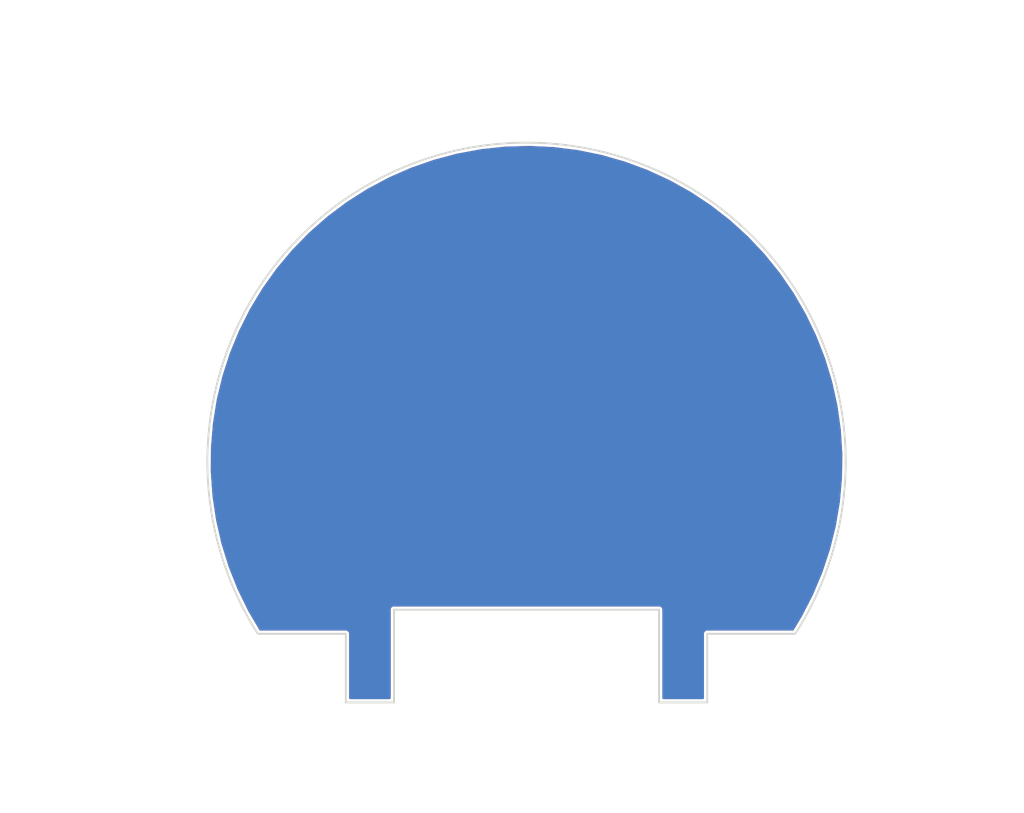
<source format=kicad_pcb>
(kicad_pcb (version 20171130) (host pcbnew "(5.1.8)-1")

  (general
    (thickness 1.6)
    (drawings 19)
    (tracks 0)
    (zones 0)
    (modules 0)
    (nets 1)
  )

  (page A4)
  (layers
    (0 F.Cu signal)
    (31 B.Cu signal)
    (32 B.Adhes user)
    (33 F.Adhes user)
    (34 B.Paste user)
    (35 F.Paste user)
    (36 B.SilkS user)
    (37 F.SilkS user)
    (38 B.Mask user)
    (39 F.Mask user)
    (40 Dwgs.User user)
    (41 Cmts.User user)
    (42 Eco1.User user)
    (43 Eco2.User user)
    (44 Edge.Cuts user)
    (45 Margin user)
    (46 B.CrtYd user)
    (47 F.CrtYd user)
    (48 B.Fab user)
    (49 F.Fab user)
  )

  (setup
    (last_trace_width 0.25)
    (trace_clearance 0.2)
    (zone_clearance 0.2)
    (zone_45_only yes)
    (trace_min 0.2)
    (via_size 0.8)
    (via_drill 0.4)
    (via_min_size 0.4)
    (via_min_drill 0.3)
    (uvia_size 0.3)
    (uvia_drill 0.1)
    (uvias_allowed no)
    (uvia_min_size 0.2)
    (uvia_min_drill 0.1)
    (edge_width 0.05)
    (segment_width 0.2)
    (pcb_text_width 0.3)
    (pcb_text_size 1.5 1.5)
    (mod_edge_width 0.12)
    (mod_text_size 1 1)
    (mod_text_width 0.15)
    (pad_size 1.524 1.524)
    (pad_drill 0.762)
    (pad_to_mask_clearance 0)
    (aux_axis_origin 0 0)
    (visible_elements 7FFFFFFF)
    (pcbplotparams
      (layerselection 0x010cc_ffffffff)
      (usegerberextensions false)
      (usegerberattributes true)
      (usegerberadvancedattributes true)
      (creategerberjobfile true)
      (excludeedgelayer true)
      (linewidth 0.100000)
      (plotframeref false)
      (viasonmask false)
      (mode 1)
      (useauxorigin false)
      (hpglpennumber 1)
      (hpglpenspeed 20)
      (hpglpendiameter 15.000000)
      (psnegative false)
      (psa4output false)
      (plotreference true)
      (plotvalue true)
      (plotinvisibletext false)
      (padsonsilk false)
      (subtractmaskfromsilk false)
      (outputformat 1)
      (mirror false)
      (drillshape 0)
      (scaleselection 1)
      (outputdirectory ""))
  )

  (net 0 "")

  (net_class Default "This is the default net class."
    (clearance 0.2)
    (trace_width 0.25)
    (via_dia 0.8)
    (via_drill 0.4)
    (uvia_dia 0.3)
    (uvia_drill 0.1)
  )

  (dimension 46.4 (width 0.15) (layer Dwgs.User)
    (gr_text "46,400 mm" (at 155.3 68.5 90) (layer Dwgs.User)
      (effects (font (size 1 1) (thickness 0.15)))
    )
    (feature1 (pts (xy 156.7 45.3) (xy 156.013579 45.3)))
    (feature2 (pts (xy 156.7 91.7) (xy 156.013579 91.7)))
    (crossbar (pts (xy 156.6 91.7) (xy 156.6 45.3)))
    (arrow1a (pts (xy 156.6 45.3) (xy 157.186421 46.426504)))
    (arrow1b (pts (xy 156.6 45.3) (xy 156.013579 46.426504)))
    (arrow2a (pts (xy 156.6 91.7) (xy 157.186421 90.573496)))
    (arrow2b (pts (xy 156.6 91.7) (xy 156.013579 90.573496)))
  )
  (dimension 44.599999 (width 0.15) (layer Dwgs.User) (tstamp 614B9E30)
    (gr_text "44,600 mm" (at 168.599999 77.5 1.284658762e-06) (layer Dwgs.User) (tstamp 614B9E31)
      (effects (font (size 1 1) (thickness 0.15)))
    )
    (feature1 (pts (xy 190.899999 85.999999) (xy 190.899999 78.213579)))
    (feature2 (pts (xy 146.3 86) (xy 146.3 78.21358)))
    (crossbar (pts (xy 146.3 78.800001) (xy 190.899999 78.8)))
    (arrow1a (pts (xy 190.899999 78.8) (xy 189.773495 79.386421)))
    (arrow1b (pts (xy 190.899999 78.8) (xy 189.773495 78.213579)))
    (arrow2a (pts (xy 146.3 78.800001) (xy 147.426504 79.386422)))
    (arrow2b (pts (xy 146.3 78.800001) (xy 147.426504 78.21358)))
  )
  (dimension 39 (width 0.15) (layer Dwgs.User) (tstamp 614B67B8)
    (gr_text "39,000 mm" (at 168.6 84.5) (layer Dwgs.User) (tstamp 614B67B8)
      (effects (font (size 1 1) (thickness 0.15)))
    )
    (feature1 (pts (xy 149.1 89.2) (xy 149.1 85.213579)))
    (feature2 (pts (xy 188.1 89.2) (xy 188.1 85.213579)))
    (crossbar (pts (xy 188.1 85.8) (xy 149.1 85.8)))
    (arrow1a (pts (xy 149.1 85.8) (xy 150.226504 85.213579)))
    (arrow1b (pts (xy 149.1 85.8) (xy 150.226504 86.386421)))
    (arrow2a (pts (xy 188.1 85.8) (xy 186.973496 85.213579)))
    (arrow2b (pts (xy 188.1 85.8) (xy 186.973496 86.386421)))
  )
  (gr_line (start 183.6 86) (end 190.9 86) (layer Edge.Cuts) (width 0.15) (tstamp 614B6789))
  (gr_line (start 183.6 86) (end 183.6 91.7) (layer Edge.Cuts) (width 0.15) (tstamp 614B677D))
  (gr_line (start 179.6 91.7) (end 183.6 91.7) (layer Edge.Cuts) (width 0.15) (tstamp 614B6779))
  (gr_line (start 179.6 91.7) (end 179.6 84) (layer Edge.Cuts) (width 0.15) (tstamp 614B6772))
  (dimension 4 (width 0.15) (layer Dwgs.User)
    (gr_text "4,000 mm" (at 155.6 98.2) (layer Dwgs.User)
      (effects (font (size 1 1) (thickness 0.15)))
    )
    (feature1 (pts (xy 157.6 92.3) (xy 157.6 97.486421)))
    (feature2 (pts (xy 153.6 92.3) (xy 153.6 97.486421)))
    (crossbar (pts (xy 153.6 96.9) (xy 157.6 96.9)))
    (arrow1a (pts (xy 157.6 96.9) (xy 156.473496 97.486421)))
    (arrow1b (pts (xy 157.6 96.9) (xy 156.473496 96.313579)))
    (arrow2a (pts (xy 153.6 96.9) (xy 154.726504 97.486421)))
    (arrow2b (pts (xy 153.6 96.9) (xy 154.726504 96.313579)))
  )
  (dimension 2 (width 0.15) (layer Dwgs.User)
    (gr_text "2,000 mm" (at 137.5 85 90) (layer Dwgs.User)
      (effects (font (size 1 1) (thickness 0.15)))
    )
    (feature1 (pts (xy 174.7 84) (xy 138.213579 84)))
    (feature2 (pts (xy 174.7 86) (xy 138.213579 86)))
    (crossbar (pts (xy 138.8 86) (xy 138.8 84)))
    (arrow1a (pts (xy 138.8 84) (xy 139.386421 85.126504)))
    (arrow1b (pts (xy 138.8 84) (xy 138.213579 85.126504)))
    (arrow2a (pts (xy 138.8 86) (xy 139.386421 84.873496)))
    (arrow2b (pts (xy 138.8 86) (xy 138.213579 84.873496)))
  )
  (dimension 11 (width 0.15) (layer Dwgs.User)
    (gr_text "11,000 mm" (at 163.1 73.8) (layer Dwgs.User)
      (effects (font (size 1 1) (thickness 0.15)))
    )
    (feature1 (pts (xy 157.6 81) (xy 157.6 74.513579)))
    (feature2 (pts (xy 168.6 81) (xy 168.6 74.513579)))
    (crossbar (pts (xy 168.6 75.1) (xy 157.6 75.1)))
    (arrow1a (pts (xy 157.6 75.1) (xy 158.726504 74.513579)))
    (arrow1b (pts (xy 157.6 75.1) (xy 158.726504 75.686421)))
    (arrow2a (pts (xy 168.6 75.1) (xy 167.473496 74.513579)))
    (arrow2b (pts (xy 168.6 75.1) (xy 167.473496 75.686421)))
  )
  (gr_line (start 157.6 84) (end 179.6 84) (layer Edge.Cuts) (width 0.15))
  (gr_line (start 157.6 91.7) (end 157.6 84) (layer Edge.Cuts) (width 0.15))
  (gr_line (start 153.6 91.7) (end 157.6 91.7) (layer Edge.Cuts) (width 0.15))
  (gr_line (start 153.6 86) (end 153.6 91.7) (layer Edge.Cuts) (width 0.15))
  (gr_line (start 146.3 86) (end 153.6 86) (layer Edge.Cuts) (width 0.15))
  (gr_arc (start 168.6 71.7) (end 190.9 86) (angle -245.3405007) (layer Edge.Cuts) (width 0.15))
  (dimension 3.2 (width 0.15) (layer Dwgs.User)
    (gr_text "3,200 mm" (at 142 87.6 90) (layer Dwgs.User)
      (effects (font (size 1 1) (thickness 0.15)))
    )
    (feature1 (pts (xy 152.7 86) (xy 142.713579 86)))
    (feature2 (pts (xy 152.7 89.2) (xy 142.713579 89.2)))
    (crossbar (pts (xy 143.3 89.2) (xy 143.3 86)))
    (arrow1a (pts (xy 143.3 86) (xy 143.886421 87.126504)))
    (arrow1b (pts (xy 143.3 86) (xy 142.713579 87.126504)))
    (arrow2a (pts (xy 143.3 89.2) (xy 143.886421 88.073496)))
    (arrow2b (pts (xy 143.3 89.2) (xy 142.713579 88.073496)))
  )
  (gr_circle (center 168.6 71.7) (end 195.1 71.7) (layer Cmts.User) (width 0.05))
  (dimension 19.5 (width 0.15) (layer Dwgs.User)
    (gr_text "19,500 mm" (at 158.85 95.3) (layer Dwgs.User)
      (effects (font (size 1 1) (thickness 0.15)))
    )
    (feature1 (pts (xy 168.6 89.2) (xy 168.6 94.586421)))
    (feature2 (pts (xy 149.1 89.2) (xy 149.1 94.586421)))
    (crossbar (pts (xy 149.1 94) (xy 168.6 94)))
    (arrow1a (pts (xy 168.6 94) (xy 167.473496 94.586421)))
    (arrow1b (pts (xy 168.6 94) (xy 167.473496 93.413579)))
    (arrow2a (pts (xy 149.1 94) (xy 150.226504 94.586421)))
    (arrow2b (pts (xy 149.1 94) (xy 150.226504 93.413579)))
  )

  (zone (net 0) (net_name "") (layer F.Mask) (tstamp 614B9A52) (hatch edge 0.508)
    (connect_pads (clearance 0.508))
    (min_thickness 0.254)
    (fill yes (arc_segments 32) (thermal_gap 0.508) (thermal_bridge_width 0.508))
    (polygon
      (pts
        (xy 183.5 91.6) (xy 179.7 91.6) (xy 179.7 82) (xy 183.5 82)
      )
    )
    (filled_polygon
      (pts
        (xy 183.373 91.473) (xy 179.827 91.473) (xy 179.827 82.127) (xy 183.373 82.127)
      )
    )
  )
  (zone (net 0) (net_name "") (layer B.Mask) (tstamp 614B9A4F) (hatch edge 0.508)
    (connect_pads (clearance 0.508))
    (min_thickness 0.254)
    (fill yes (arc_segments 32) (thermal_gap 0.508) (thermal_bridge_width 0.508))
    (polygon
      (pts
        (xy 183.5 91.6) (xy 179.7 91.6) (xy 179.7 82) (xy 183.5 82)
      )
    )
    (filled_polygon
      (pts
        (xy 183.373 91.473) (xy 179.827 91.473) (xy 179.827 82.127) (xy 183.373 82.127)
      )
    )
  )
  (zone (net 0) (net_name "") (layer B.Mask) (tstamp 614B9A4C) (hatch edge 0.508)
    (connect_pads (clearance 0.508))
    (min_thickness 0.254)
    (fill yes (arc_segments 32) (thermal_gap 0.508) (thermal_bridge_width 0.508))
    (polygon
      (pts
        (xy 157.5 91.6) (xy 153.7 91.6) (xy 153.7 82) (xy 157.5 82)
      )
    )
    (filled_polygon
      (pts
        (xy 157.373 91.473) (xy 153.827 91.473) (xy 153.827 82.127) (xy 157.373 82.127)
      )
    )
  )
  (zone (net 0) (net_name "") (layer F.Mask) (tstamp 614B9E2C) (hatch edge 0.508)
    (connect_pads (clearance 0.508))
    (min_thickness 0.254)
    (fill yes (arc_segments 32) (thermal_gap 0.508) (thermal_bridge_width 0.508))
    (polygon
      (pts
        (xy 157.5 91.6) (xy 153.7 91.6) (xy 153.7 82) (xy 157.5 82)
      )
    )
    (filled_polygon
      (pts
        (xy 157.373 91.473) (xy 153.827 91.473) (xy 153.827 82.127) (xy 157.373 82.127)
      )
    )
  )
  (zone (net 0) (net_name "") (layer F.Cu) (tstamp 0) (hatch edge 0.508)
    (connect_pads (clearance 0.2))
    (min_thickness 0.2)
    (fill yes (arc_segments 32) (thermal_gap 0.2) (thermal_bridge_width 0.25))
    (polygon
      (pts
        (xy 209.9 100.9) (xy 126.8 100.9) (xy 126.8 36.5) (xy 209.9 36.5)
      )
    )
    (filled_polygon
      (pts
        (xy 170.844244 45.680753) (xy 172.833797 45.929614) (xy 174.798401 46.33038) (xy 176.726468 46.880686) (xy 178.606634 47.577291)
        (xy 180.427806 48.416083) (xy 182.179267 49.392125) (xy 183.850688 50.499662) (xy 185.432207 51.73216) (xy 186.914514 53.082363)
        (xy 188.288861 54.542302) (xy 189.547154 56.10338) (xy 190.681983 57.756405) (xy 191.68664 59.491606) (xy 192.55521 61.298761)
        (xy 193.282581 63.167238) (xy 193.864462 65.086017) (xy 194.29742 67.043773) (xy 194.578904 69.028969) (xy 194.707256 71.029918)
        (xy 194.681718 73.034826) (xy 194.502444 75.031848) (xy 194.170487 77.009239) (xy 193.687802 78.955344) (xy 193.057245 80.858658)
        (xy 192.282516 82.70801) (xy 191.367402 84.494009) (xy 190.687835 85.625) (xy 183.618419 85.625) (xy 183.6 85.623186)
        (xy 183.581581 85.625) (xy 183.526487 85.630426) (xy 183.4558 85.651869) (xy 183.390653 85.686691) (xy 183.333552 85.733552)
        (xy 183.286691 85.790653) (xy 183.251869 85.8558) (xy 183.230426 85.926487) (xy 183.223186 86) (xy 183.225 86.018419)
        (xy 183.225001 91.325) (xy 179.975 91.325) (xy 179.975 84.018419) (xy 179.976814 84) (xy 179.969574 83.926487)
        (xy 179.948131 83.8558) (xy 179.913309 83.790653) (xy 179.866448 83.733552) (xy 179.809347 83.686691) (xy 179.7442 83.651869)
        (xy 179.673513 83.630426) (xy 179.618419 83.625) (xy 179.6 83.623186) (xy 179.581581 83.625) (xy 157.618419 83.625)
        (xy 157.6 83.623186) (xy 157.581581 83.625) (xy 157.526487 83.630426) (xy 157.4558 83.651869) (xy 157.390653 83.686691)
        (xy 157.333552 83.733552) (xy 157.286691 83.790653) (xy 157.251869 83.8558) (xy 157.230426 83.926487) (xy 157.223186 84)
        (xy 157.225001 84.018429) (xy 157.225 91.325) (xy 153.975 91.325) (xy 153.975 86.018419) (xy 153.976814 86)
        (xy 153.969574 85.926487) (xy 153.948131 85.8558) (xy 153.913309 85.790653) (xy 153.866448 85.733552) (xy 153.809347 85.686691)
        (xy 153.7442 85.651869) (xy 153.673513 85.630426) (xy 153.618419 85.625) (xy 153.6 85.623186) (xy 153.581581 85.625)
        (xy 146.51446 85.625) (xy 145.599155 84.069274) (xy 144.717989 82.268224) (xy 143.977587 80.40486) (xy 143.38233 78.490207)
        (xy 142.935714 76.535518) (xy 142.640376 74.55232) (xy 142.498058 72.552329) (xy 142.509598 70.547292) (xy 142.674927 68.549059)
        (xy 142.993071 66.569404) (xy 143.462155 64.619988) (xy 144.079414 62.712303) (xy 144.841209 60.857597) (xy 145.743053 59.0668)
        (xy 146.779631 57.35046) (xy 147.944821 55.718716) (xy 149.23176 54.181178) (xy 150.632871 52.746897) (xy 152.139886 51.424338)
        (xy 153.743937 50.221284) (xy 155.435546 49.144846) (xy 157.204745 48.201362) (xy 159.041125 47.396385) (xy 160.933853 46.734663)
        (xy 162.871755 46.220106) (xy 164.843438 45.855734) (xy 166.837242 45.643704) (xy 168.841471 45.585263)
      )
    )
  )
  (zone (net 0) (net_name "") (layer B.Cu) (tstamp 614BA0AF) (hatch edge 0.508)
    (connect_pads (clearance 0.2))
    (min_thickness 0.2)
    (fill yes (arc_segments 32) (thermal_gap 0.2) (thermal_bridge_width 0.25))
    (polygon
      (pts
        (xy 208 97.76309) (xy 124.9 97.76309) (xy 124.9 33.36309) (xy 208 33.36309)
      )
    )
    (filled_polygon
      (pts
        (xy 170.844244 45.680753) (xy 172.833797 45.929614) (xy 174.798401 46.33038) (xy 176.726468 46.880686) (xy 178.606634 47.577291)
        (xy 180.427806 48.416083) (xy 182.179267 49.392125) (xy 183.850688 50.499662) (xy 185.432207 51.73216) (xy 186.914514 53.082363)
        (xy 188.288861 54.542302) (xy 189.547154 56.10338) (xy 190.681983 57.756405) (xy 191.68664 59.491606) (xy 192.55521 61.298761)
        (xy 193.282581 63.167238) (xy 193.864462 65.086017) (xy 194.29742 67.043773) (xy 194.578904 69.028969) (xy 194.707256 71.029918)
        (xy 194.681718 73.034826) (xy 194.502444 75.031848) (xy 194.170487 77.009239) (xy 193.687802 78.955344) (xy 193.057245 80.858658)
        (xy 192.282516 82.70801) (xy 191.367402 84.494009) (xy 190.687835 85.625) (xy 183.618419 85.625) (xy 183.6 85.623186)
        (xy 183.581581 85.625) (xy 183.526487 85.630426) (xy 183.4558 85.651869) (xy 183.390653 85.686691) (xy 183.333552 85.733552)
        (xy 183.286691 85.790653) (xy 183.251869 85.8558) (xy 183.230426 85.926487) (xy 183.223186 86) (xy 183.225 86.018419)
        (xy 183.225001 91.325) (xy 179.975 91.325) (xy 179.975 84.018419) (xy 179.976814 84) (xy 179.969574 83.926487)
        (xy 179.948131 83.8558) (xy 179.913309 83.790653) (xy 179.866448 83.733552) (xy 179.809347 83.686691) (xy 179.7442 83.651869)
        (xy 179.673513 83.630426) (xy 179.618419 83.625) (xy 179.6 83.623186) (xy 179.581581 83.625) (xy 157.618419 83.625)
        (xy 157.6 83.623186) (xy 157.581581 83.625) (xy 157.526487 83.630426) (xy 157.4558 83.651869) (xy 157.390653 83.686691)
        (xy 157.333552 83.733552) (xy 157.286691 83.790653) (xy 157.251869 83.8558) (xy 157.230426 83.926487) (xy 157.223186 84)
        (xy 157.225001 84.018429) (xy 157.225 91.325) (xy 153.975 91.325) (xy 153.975 86.018419) (xy 153.976814 86)
        (xy 153.969574 85.926487) (xy 153.948131 85.8558) (xy 153.913309 85.790653) (xy 153.866448 85.733552) (xy 153.809347 85.686691)
        (xy 153.7442 85.651869) (xy 153.673513 85.630426) (xy 153.618419 85.625) (xy 153.6 85.623186) (xy 153.581581 85.625)
        (xy 146.51446 85.625) (xy 145.599155 84.069274) (xy 144.717989 82.268224) (xy 143.977587 80.40486) (xy 143.38233 78.490207)
        (xy 142.935714 76.535518) (xy 142.640376 74.55232) (xy 142.498058 72.552329) (xy 142.509598 70.547292) (xy 142.674927 68.549059)
        (xy 142.993071 66.569404) (xy 143.462155 64.619988) (xy 144.079414 62.712303) (xy 144.841209 60.857597) (xy 145.743053 59.0668)
        (xy 146.779631 57.35046) (xy 147.944821 55.718716) (xy 149.23176 54.181178) (xy 150.632871 52.746897) (xy 152.139886 51.424338)
        (xy 153.743937 50.221284) (xy 155.435546 49.144846) (xy 157.204745 48.201362) (xy 159.041125 47.396385) (xy 160.933853 46.734663)
        (xy 162.871755 46.220106) (xy 164.843438 45.855734) (xy 166.837242 45.643704) (xy 168.841471 45.585263)
      )
    )
  )
)

</source>
